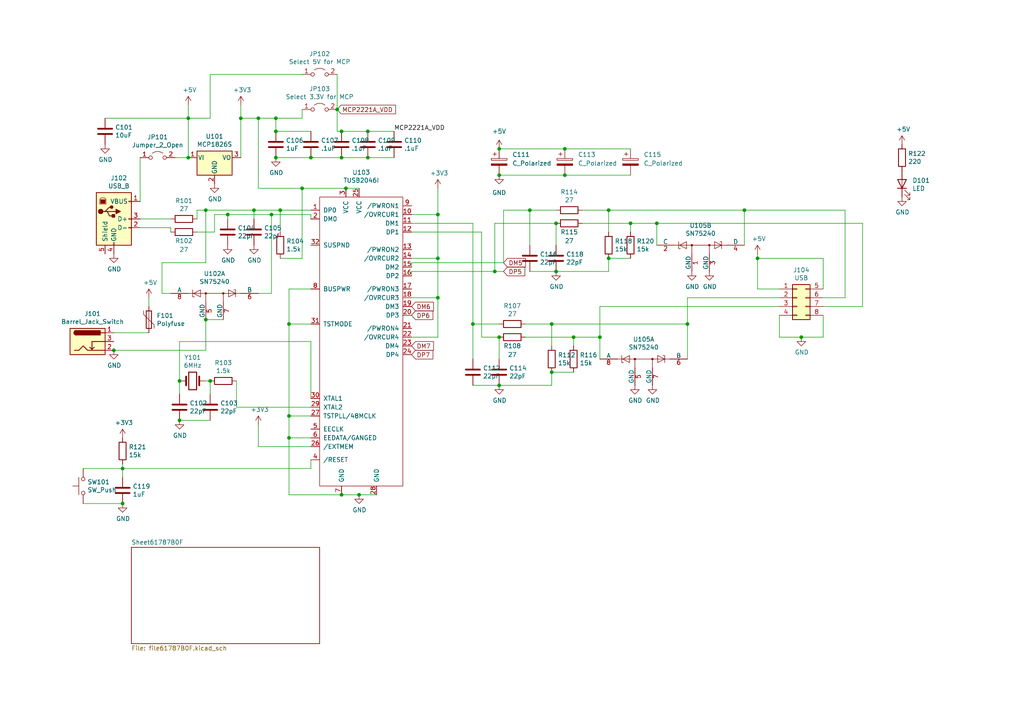
<source format=kicad_sch>
(kicad_sch (version 20211123) (generator eeschema)
  (paper "A4")
  (lib_symbols
    (symbol "445project_hub_new-rescue:+3.3V-power" (power) (pin_names (offset 0))
      (property "Value" "+3.3V-power" (at 0 3.556 0))
      (symbol "+3.3V-power_0_1"
        (polyline (pts (xy -0.762 1.27) (xy 0 2.54)))
        (polyline (pts (xy 0 0) (xy 0 2.54)))
        (polyline (pts (xy 0 2.54) (xy 0.762 1.27)))
      )
      (symbol "+3.3V-power_1_1"
        (pin power_in line (at 0 0 90) (length 0) hide (name "+3V3") (number "1"))
      )
    )
    (symbol "445project_hub_new-rescue:TUSB2046I-445project_hub-rescue" (pin_names (offset 1.016))
      (property "Reference" "U" (at 0 55.88 0))
      (property "Value" "TUSB2046I-445project_hub-rescue" (at 0 53.34 0))
      (symbol "TUSB2046I-445project_hub-rescue_0_0"
        (pin unspecified line (at -13.97 38.1 0) (length 2.54) (name "DP0") (number "1"))
        (pin unspecified line (at 15.24 36.83 180) (length 2.54) (name "/OVRCUR1") (number "10"))
        (pin unspecified line (at 15.24 34.29 180) (length 2.54) (name "DM1") (number "11"))
        (pin unspecified line (at 15.24 31.75 180) (length 2.54) (name "DP1") (number "12"))
        (pin unspecified line (at 15.24 26.67 180) (length 2.54) (name "/PWRON2") (number "13"))
        (pin unspecified line (at 15.24 24.13 180) (length 2.54) (name "/OVRCUR2") (number "14"))
        (pin unspecified line (at 15.24 21.59 180) (length 2.54) (name "DM2") (number "15"))
        (pin unspecified line (at 15.24 19.05 180) (length 2.54) (name "DP2") (number "16"))
        (pin unspecified line (at 15.24 15.24 180) (length 2.54) (name "/PWRON3") (number "17"))
        (pin unspecified line (at 15.24 12.7 180) (length 2.54) (name "/OVRCUR3") (number "18"))
        (pin unspecified line (at 15.24 10.16 180) (length 2.54) (name "DM3") (number "19"))
        (pin unspecified line (at -13.97 35.56 0) (length 2.54) (name "DM0") (number "2"))
        (pin unspecified line (at 15.24 7.62 180) (length 2.54) (name "DP3") (number "20"))
        (pin unspecified line (at 15.24 3.81 180) (length 2.54) (name "/PWRON4") (number "21"))
        (pin unspecified line (at 15.24 1.27 180) (length 2.54) (name "/OVRCUR4") (number "22"))
        (pin unspecified line (at 15.24 -1.27 180) (length 2.54) (name "DM4") (number "23"))
        (pin unspecified line (at 15.24 -3.81 180) (length 2.54) (name "DP4") (number "24"))
        (pin unspecified line (at 0 44.45 270) (length 2.54) (name "VCC") (number "25"))
        (pin unspecified line (at -13.97 -30.48 0) (length 2.54) (name "/EXTMEM") (number "26"))
        (pin unspecified line (at -13.97 -21.59 0) (length 2.54) (name "TSTPLL/48MCLK") (number "27"))
        (pin unspecified line (at 5.08 -44.45 90) (length 2.54) (name "GND") (number "28"))
        (pin unspecified line (at -13.97 -19.05 0) (length 2.54) (name "XTAL2") (number "29"))
        (pin unspecified line (at -3.81 44.45 270) (length 2.54) (name "VCC") (number "3"))
        (pin unspecified line (at -13.97 -16.51 0) (length 2.54) (name "XTAL1") (number "30"))
        (pin unspecified line (at -13.97 5.08 0) (length 2.54) (name "TSTMODE") (number "31"))
        (pin unspecified line (at -13.97 27.94 0) (length 2.54) (name "SUSPND") (number "32"))
        (pin unspecified line (at -13.97 -34.29 0) (length 2.54) (name "/RESET") (number "4"))
        (pin unspecified line (at -13.97 -25.4 0) (length 2.54) (name "EECLK") (number "5"))
        (pin unspecified line (at -13.97 -27.94 0) (length 2.54) (name "EEDATA/GANGED") (number "6"))
        (pin unspecified line (at -5.08 -44.45 90) (length 2.54) (name "GND") (number "7"))
        (pin unspecified line (at -13.97 15.24 0) (length 2.54) (name "BUSPWR") (number "8"))
        (pin unspecified line (at 15.24 39.37 180) (length 2.54) (name "/PWRON1") (number "9"))
      )
      (symbol "TUSB2046I-445project_hub-rescue_0_1"
        (rectangle (start -11.43 -41.91) (end 12.7 41.91))
      )
    )
    (symbol "445project_hub_new-rescue:USB_B-Connector-445project_hub-rescue" (pin_names (offset 1.016))
      (property "Reference" "J" (at -5.08 11.43 0))
      (property "Value" "USB_B-Connector-445project_hub-rescue" (at -5.08 8.89 0))
      (symbol "USB_B-Connector-445project_hub-rescue_0_1"
        (rectangle (start -5.08 -7.62) (end 5.08 7.62) (stroke (width 0.254)) (fill (type background)))
        (circle (center -3.81 2.159) (radius 0.635) (stroke (width 0.254)) (fill (type outline)))
        (rectangle (start -3.81 5.588) (end -2.54 4.572) (fill (type outline)))
        (circle (center -0.635 3.429) (radius 0.381) (stroke (width 0.254)) (fill (type outline)))
        (rectangle (start -0.127 -7.62) (end 0.127 -6.858))
        (polyline (pts (xy -1.905 2.159) (xy 0.635 2.159)) (stroke (width 0.254)))
        (polyline (pts (xy -3.175 2.159) (xy -2.54 2.159) (xy -1.27 3.429) (xy -0.635 3.429)) (stroke (width 0.254)))
        (polyline (pts (xy -2.54 2.159) (xy -1.905 2.159) (xy -1.27 0.889) (xy 0 0.889)) (stroke (width 0.254)))
        (polyline (pts (xy 0.635 2.794) (xy 0.635 1.524) (xy 1.905 2.159) (xy 0.635 2.794)) (stroke (width 0.254)) (fill (type outline)))
        (polyline (pts (xy -4.064 4.318) (xy -2.286 4.318) (xy -2.286 5.715) (xy -2.667 6.096) (xy -3.683 6.096) (xy -4.064 5.715) (xy -4.064 4.318)))
        (rectangle (start 0.254 1.27) (end -0.508 0.508) (stroke (width 0.254)) (fill (type outline)))
        (rectangle (start 5.08 -2.667) (end 4.318 -2.413))
        (rectangle (start 5.08 -0.127) (end 4.318 0.127))
        (rectangle (start 5.08 4.953) (end 4.318 5.207))
      )
      (symbol "USB_B-Connector-445project_hub-rescue_1_1"
        (pin power_out line (at 7.62 5.08 180) (length 2.54) (name "VBUS") (number "1"))
        (pin bidirectional line (at 7.62 -2.54 180) (length 2.54) (name "D-") (number "2"))
        (pin bidirectional line (at 7.62 0 180) (length 2.54) (name "D+") (number "3"))
        (pin power_out line (at 0 -10.16 90) (length 2.54) (name "GND") (number "4"))
        (pin passive line (at -2.54 -10.16 90) (length 2.54) (name "Shield") (number "5"))
      )
    )
    (symbol "Connector:Barrel_Jack_Switch" (pin_names hide)
      (property "Reference" "J" (at 0 5.334 0))
      (property "Value" "Barrel_Jack_Switch" (at 0 -5.08 0))
      (symbol "Barrel_Jack_Switch_0_1"
        (rectangle (start -5.08 3.81) (end 5.08 -3.81) (stroke (width 0.254)) (fill (type background)))
        (arc (start -3.302 3.175) (mid -3.937 2.54) (end -3.302 1.905) (stroke (width 0.254)))
        (arc (start -3.302 3.175) (mid -3.937 2.54) (end -3.302 1.905) (stroke (width 0.254)) (fill (type outline)))
        (polyline (pts (xy 1.27 -2.286) (xy 1.905 -1.651)) (stroke (width 0.254)))
        (polyline (pts (xy 5.08 2.54) (xy 3.81 2.54)) (stroke (width 0.254)))
        (polyline (pts (xy 5.08 0) (xy 1.27 0) (xy 1.27 -2.286) (xy 0.635 -1.651)) (stroke (width 0.254)))
        (polyline (pts (xy -3.81 -2.54) (xy -2.54 -2.54) (xy -1.27 -1.27) (xy 0 -2.54) (xy 2.54 -2.54) (xy 5.08 -2.54)) (stroke (width 0.254)))
        (rectangle (start 3.683 3.175) (end -3.302 1.905) (stroke (width 0.254)) (fill (type outline)))
      )
      (symbol "Barrel_Jack_Switch_1_1"
        (pin passive line (at 7.62 2.54 180) (length 2.54) (name "~") (number "1"))
        (pin passive line (at 7.62 -2.54 180) (length 2.54) (name "~") (number "2"))
        (pin passive line (at 7.62 0 180) (length 2.54) (name "~") (number "3"))
      )
    )
    (symbol "Connector_Generic:Conn_02x04_Top_Bottom" (pin_names (offset 1.016) hide)
      (property "Reference" "J" (at 1.27 5.08 0))
      (property "Value" "Conn_02x04_Top_Bottom" (at 1.27 -7.62 0))
      (symbol "Conn_02x04_Top_Bottom_1_1"
        (rectangle (start -1.27 -4.953) (end 0 -5.207) (stroke (width 0.1524)))
        (rectangle (start -1.27 -2.413) (end 0 -2.667) (stroke (width 0.1524)))
        (rectangle (start -1.27 0.127) (end 0 -0.127) (stroke (width 0.1524)))
        (rectangle (start -1.27 2.667) (end 0 2.413) (stroke (width 0.1524)))
        (rectangle (start -1.27 3.81) (end 3.81 -6.35) (stroke (width 0.254)) (fill (type background)))
        (rectangle (start 3.81 -4.953) (end 2.54 -5.207) (stroke (width 0.1524)))
        (rectangle (start 3.81 -2.413) (end 2.54 -2.667) (stroke (width 0.1524)))
        (rectangle (start 3.81 0.127) (end 2.54 -0.127) (stroke (width 0.1524)))
        (rectangle (start 3.81 2.667) (end 2.54 2.413) (stroke (width 0.1524)))
        (pin passive line (at -5.08 2.54 0) (length 3.81) (name "Pin_1") (number "1"))
        (pin passive line (at -5.08 0 0) (length 3.81) (name "Pin_2") (number "2"))
        (pin passive line (at -5.08 -2.54 0) (length 3.81) (name "Pin_3") (number "3"))
        (pin passive line (at -5.08 -5.08 0) (length 3.81) (name "Pin_4") (number "4"))
        (pin passive line (at 7.62 2.54 180) (length 3.81) (name "Pin_5") (number "5"))
        (pin passive line (at 7.62 0 180) (length 3.81) (name "Pin_6") (number "6"))
        (pin passive line (at 7.62 -2.54 180) (length 3.81) (name "Pin_7") (number "7"))
        (pin passive line (at 7.62 -5.08 180) (length 3.81) (name "Pin_8") (number "8"))
      )
    )
    (symbol "Device:C" (pin_numbers hide) (pin_names (offset 0.254))
      (property "Reference" "C" (at 0.635 2.54 0))
      (property "Value" "C" (at 0.635 -2.54 0))
      (symbol "C_0_1"
        (polyline (pts (xy -2.032 -0.762) (xy 2.032 -0.762)) (stroke (width 0.508)))
        (polyline (pts (xy -2.032 0.762) (xy 2.032 0.762)) (stroke (width 0.508)))
      )
      (symbol "C_1_1"
        (pin passive line (at 0 3.81 270) (length 2.794) (name "~") (number "1"))
        (pin passive line (at 0 -3.81 90) (length 2.794) (name "~") (number "2"))
      )
    )
    (symbol "Device:C_Polarized" (pin_numbers hide) (pin_names (offset 0.254))
      (property "Reference" "C" (at 0.635 2.54 0))
      (property "Value" "C_Polarized" (at 0.635 -2.54 0))
      (symbol "C_Polarized_0_1"
        (rectangle (start -2.286 0.508) (end 2.286 1.016))
        (polyline (pts (xy -1.778 2.286) (xy -0.762 2.286)))
        (polyline (pts (xy -1.27 2.794) (xy -1.27 1.778)))
        (rectangle (start 2.286 -0.508) (end -2.286 -1.016) (fill (type outline)))
      )
      (symbol "C_Polarized_1_1"
        (pin passive line (at 0 3.81 270) (length 2.794) (name "~") (number "1"))
        (pin passive line (at 0 -3.81 90) (length 2.794) (name "~") (number "2"))
      )
    )
    (symbol "Device:Crystal" (pin_numbers hide) (pin_names (offset 1.016) hide)
      (property "Reference" "Y" (at 0 3.81 0))
      (property "Value" "Crystal" (at 0 -3.81 0))
      (symbol "Crystal_0_1"
        (rectangle (start -1.143 2.54) (end 1.143 -2.54) (stroke (width 0.3048)))
        (polyline (pts (xy -2.54 0) (xy -1.905 0)))
        (polyline (pts (xy -1.905 -1.27) (xy -1.905 1.27)) (stroke (width 0.508)))
        (polyline (pts (xy 1.905 -1.27) (xy 1.905 1.27)) (stroke (width 0.508)))
        (polyline (pts (xy 2.54 0) (xy 1.905 0)))
      )
      (symbol "Crystal_1_1"
        (pin passive line (at -3.81 0 0) (length 1.27) (name "1") (number "1"))
        (pin passive line (at 3.81 0 180) (length 1.27) (name "2") (number "2"))
      )
    )
    (symbol "Device:LED" (pin_numbers hide) (pin_names (offset 1.016) hide)
      (property "Reference" "D" (at 0 2.54 0))
      (property "Value" "LED" (at 0 -2.54 0))
      (symbol "LED_0_1"
        (polyline (pts (xy -1.27 -1.27) (xy -1.27 1.27)) (stroke (width 0.254)))
        (polyline (pts (xy -1.27 0) (xy 1.27 0)))
        (polyline (pts (xy 1.27 -1.27) (xy 1.27 1.27) (xy -1.27 0) (xy 1.27 -1.27)) (stroke (width 0.254)))
        (polyline (pts (xy -3.048 -0.762) (xy -4.572 -2.286) (xy -3.81 -2.286) (xy -4.572 -2.286) (xy -4.572 -1.524)))
        (polyline (pts (xy -1.778 -0.762) (xy -3.302 -2.286) (xy -2.54 -2.286) (xy -3.302 -2.286) (xy -3.302 -1.524)))
      )
      (symbol "LED_1_1"
        (pin passive line (at -3.81 0 0) (length 2.54) (name "K") (number "1"))
        (pin passive line (at 3.81 0 180) (length 2.54) (name "A") (number "2"))
      )
    )
    (symbol "Device:Polyfuse" (pin_numbers hide) (pin_names (offset 0))
      (property "Reference" "F" (at -2.54 0 90))
      (property "Value" "Polyfuse" (at 2.54 0 90))
      (symbol "Polyfuse_0_1"
        (rectangle (start -0.762 2.54) (end 0.762 -2.54) (stroke (width 0.254)))
        (polyline (pts (xy 0 2.54) (xy 0 -2.54)))
        (polyline (pts (xy -1.524 2.54) (xy -1.524 1.524) (xy 1.524 -1.524) (xy 1.524 -2.54)))
      )
      (symbol "Polyfuse_1_1"
        (pin passive line (at 0 3.81 270) (length 1.27) (name "~") (number "1"))
        (pin passive line (at 0 -3.81 90) (length 1.27) (name "~") (number "2"))
      )
    )
    (symbol "Device:R" (pin_numbers hide) (pin_names (offset 0))
      (property "Reference" "R" (at 2.032 0 90))
      (property "Value" "R" (at 0 0 90))
      (symbol "R_0_1"
        (rectangle (start -1.016 -2.54) (end 1.016 2.54) (stroke (width 0.254)))
      )
      (symbol "R_1_1"
        (pin passive line (at 0 3.81 270) (length 1.27) (name "~") (number "1"))
        (pin passive line (at 0 -3.81 90) (length 1.27) (name "~") (number "2"))
      )
    )
    (symbol "Jumper:Jumper_2_Open" (pin_names (offset 0) hide)
      (property "Reference" "JP" (at 0 2.794 0))
      (property "Value" "Jumper_2_Open" (at 0 -2.286 0))
      (symbol "Jumper_2_Open_0_0"
        (circle (center -2.032 0) (radius 0.508))
        (circle (center 2.032 0) (radius 0.508))
      )
      (symbol "Jumper_2_Open_0_1"
        (arc (start 1.524 1.27) (mid 0 1.778) (end -1.524 1.27))
      )
      (symbol "Jumper_2_Open_1_1"
        (pin passive line (at -5.08 0 0) (length 2.54) (name "A") (number "1"))
        (pin passive line (at 5.08 0 180) (length 2.54) (name "B") (number "2"))
      )
    )
    (symbol "Power_Protection:SN75240" (pin_names (offset 0))
      (property "Reference" "U" (at 0 5.715 0))
      (property "Value" "SN75240" (at 0 3.81 0))
      (symbol "SN75240_0_0"
        (polyline (pts (xy -7.62 0) (xy -6.35 0)))
        (polyline (pts (xy -6.35 0) (xy 6.35 0)))
        (polyline (pts (xy -2.54 -2.54) (xy -2.54 0)))
        (polyline (pts (xy 2.54 -2.54) (xy 2.54 0)))
        (polyline (pts (xy 6.35 0) (xy 7.62 0)))
        (polyline (pts (xy 6.096 -1.016) (xy 6.096 1.016) (xy 5.588 1.016)))
        (polyline (pts (xy -6.096 0) (xy -4.064 1.016) (xy -4.064 -1.016) (xy -6.096 0)))
        (polyline (pts (xy -5.842 -1.016) (xy -6.35 -1.016) (xy -6.35 0.762) (xy -6.35 1.016)))
        (polyline (pts (xy 4.064 1.016) (xy 4.064 -1.016) (xy 6.096 0) (xy 4.064 1.016)))
      )
      (symbol "SN75240_0_1"
        (circle (center -2.54 0) (radius 0.254) (fill (type outline)))
        (circle (center 2.54 0) (radius 0.254) (fill (type outline)))
      )
      (symbol "SN75240_1_1"
        (pin passive line (at -2.54 -7.62 90) (length 5.08) (name "GND") (number "5"))
        (pin passive line (at 12.7 0 180) (length 5.08) (name "B") (number "6"))
        (pin passive line (at 2.54 -7.62 90) (length 5.08) (name "GND") (number "7"))
        (pin passive line (at -12.7 0 0) (length 5.08) (name "A") (number "8"))
      )
      (symbol "SN75240_2_1"
        (pin power_in line (at -2.54 -7.62 90) (length 5.08) (name "GND") (number "1"))
        (pin input line (at -12.7 0 0) (length 5.08) (name "C") (number "2"))
        (pin power_in line (at 2.54 -7.62 90) (length 5.08) (name "GND") (number "3"))
        (pin input line (at 12.7 0 180) (length 5.08) (name "D") (number "4"))
      )
    )
    (symbol "Regulator_Linear:MCP1826S" (pin_names (offset 0.254))
      (property "Reference" "U" (at -3.81 3.175 0))
      (property "Value" "MCP1826S" (at 0 3.175 0))
      (symbol "MCP1826S_0_1"
        (rectangle (start -5.08 1.905) (end 5.08 -5.08) (stroke (width 0.254)) (fill (type background)))
      )
      (symbol "MCP1826S_1_1"
        (pin power_in line (at -7.62 0 0) (length 2.54) (name "VI") (number "1"))
        (pin power_in line (at 0 -7.62 90) (length 2.54) (name "GND") (number "2"))
        (pin power_out line (at 7.62 0 180) (length 2.54) (name "VO") (number "3"))
      )
    )
    (symbol "Switch:SW_Push" (pin_numbers hide) (pin_names (offset 1.016) hide)
      (property "Reference" "SW" (at 1.27 2.54 0))
      (property "Value" "SW_Push" (at 0 -1.524 0))
      (symbol "SW_Push_0_1"
        (circle (center -2.032 0) (radius 0.508))
        (polyline (pts (xy 0 1.27) (xy 0 3.048)))
        (polyline (pts (xy 2.54 1.27) (xy -2.54 1.27)))
        (circle (center 2.032 0) (radius 0.508))
        (pin passive line (at -5.08 0 0) (length 2.54) (name "1") (number "1"))
        (pin passive line (at 5.08 0 180) (length 2.54) (name "2") (number "2"))
      )
    )
    (symbol "power:+5V" (power) (pin_names (offset 0))
      (property "Value" "+5V" (at 0 3.556 0))
      (symbol "+5V_0_1"
        (polyline (pts (xy -0.762 1.27) (xy 0 2.54)))
        (polyline (pts (xy 0 0) (xy 0 2.54)))
        (polyline (pts (xy 0 2.54) (xy 0.762 1.27)))
      )
      (symbol "+5V_1_1"
        (pin power_in line (at 0 0 90) (length 0) hide (name "+5V") (number "1"))
      )
    )
    (symbol "power:GND" (power) (pin_names (offset 0))
      (property "Value" "GND" (at 0 -3.81 0))
      (symbol "GND_0_1"
        (polyline (pts (xy 0 0) (xy 0 -1.27) (xy 1.27 -1.27) (xy 0 -2.54) (xy -1.27 -1.27) (xy 0 -1.27)))
      )
      (symbol "GND_1_1"
        (pin power_in line (at 0 0 270) (length 0) hide (name "GND") (number "1"))
      )
    )
  )
  (junction (at 176.53 74.93))
  (junction (at 78.74 62.23))
  (junction (at 35.56 135.89))
  (junction (at 59.69 92.71))
  (junction (at 153.67 60.96))
  (junction (at 59.69 60.96))
  (junction (at 80.01 34.29))
  (junction (at 161.29 64.77))
  (junction (at 52.07 121.92))
  (junction (at 106.68 38.1))
  (junction (at 52.07 110.49))
  (junction (at 199.39 93.98))
  (junction (at 127 86.36))
  (junction (at 127 62.23))
  (junction (at 100.33 54.61))
  (junction (at 127 74.93))
  (junction (at 80.01 45.72))
  (junction (at 83.82 120.65))
  (junction (at 232.41 97.79))
  (junction (at 143.51 78.74))
  (junction (at 69.85 34.29))
  (junction (at 166.37 97.79))
  (junction (at 54.61 34.29))
  (junction (at 173.99 97.79))
  (junction (at 163.83 43.18))
  (junction (at 104.14 143.51))
  (junction (at 144.78 50.8))
  (junction (at 54.61 45.72))
  (junction (at 144.78 43.18))
  (junction (at 219.71 74.93))
  (junction (at 73.66 60.96))
  (junction (at 190.5 64.77))
  (junction (at 35.56 146.05))
  (junction (at 81.28 60.96))
  (junction (at 99.06 143.51))
  (junction (at 99.06 45.72))
  (junction (at 182.88 64.77))
  (junction (at 74.93 34.29))
  (junction (at 83.82 127))
  (junction (at 160.02 93.98))
  (junction (at 33.02 101.6))
  (junction (at 215.9 60.96))
  (junction (at 144.78 97.79))
  (junction (at 80.01 38.1))
  (junction (at 99.06 38.1))
  (junction (at 161.29 78.74))
  (junction (at 97.79 31.75))
  (junction (at 83.82 93.98))
  (junction (at 163.83 50.8))
  (junction (at 160.02 107.95))
  (junction (at 137.16 93.98))
  (junction (at 87.63 54.61))
  (junction (at 106.68 45.72))
  (junction (at 60.96 110.49))
  (junction (at 90.17 45.72))
  (junction (at 66.04 62.23))
  (junction (at 144.78 111.76))
  (junction (at 176.53 60.96))
  (wire (pts (xy 62.23 62.23) (xy 66.04 62.23)))
  (wire (pts (xy 137.16 93.98) (xy 137.16 64.77)))
  (wire (pts (xy 43.18 88.9) (xy 43.18 86.36)))
  (wire (pts (xy 87.63 54.61) (xy 100.33 54.61)))
  (wire (pts (xy 90.17 62.23) (xy 90.17 63.5)))
  (wire (pts (xy 143.51 78.74) (xy 119.38 78.74)))
  (wire (pts (xy 74.93 34.29) (xy 80.01 34.29)))
  (wire (pts (xy 114.3 45.72) (xy 106.68 45.72)))
  (wire (pts (xy 99.06 143.51) (xy 104.14 143.51)))
  (wire (pts (xy 97.79 31.75) (xy 97.79 38.1)))
  (wire (pts (xy 49.53 85.09) (xy 46.99 85.09)))
  (wire (pts (xy 73.66 60.96) (xy 59.69 60.96)))
  (wire (pts (xy 226.06 83.82) (xy 219.71 83.82)))
  (wire (pts (xy 144.78 50.8) (xy 163.83 50.8)))
  (wire (pts (xy 161.29 64.77) (xy 143.51 64.77)))
  (wire (pts (xy 74.93 54.61) (xy 74.93 34.29)))
  (wire (pts (xy 199.39 86.36) (xy 199.39 93.98)))
  (wire (pts (xy 173.99 97.79) (xy 173.99 104.14)))
  (wire (pts (xy 35.56 135.89) (xy 35.56 138.43)))
  (wire (pts (xy 80.01 34.29) (xy 80.01 38.1)))
  (wire (pts (xy 60.96 121.92) (xy 52.07 121.92)))
  (wire (pts (xy 160.02 107.95) (xy 160.02 111.76)))
  (wire (pts (xy 182.88 64.77) (xy 182.88 67.31)))
  (wire (pts (xy 127 62.23) (xy 127 54.61)))
  (wire (pts (xy 163.83 50.8) (xy 182.88 50.8)))
  (wire (pts (xy 83.82 127) (xy 83.82 143.51)))
  (wire (pts (xy 238.76 97.79) (xy 238.76 91.44)))
  (wire (pts (xy 59.69 92.71) (xy 59.69 101.6)))
  (wire (pts (xy 226.06 97.79) (xy 232.41 97.79)))
  (wire (pts (xy 81.28 74.93) (xy 87.63 74.93)))
  (wire (pts (xy 176.53 74.93) (xy 176.53 78.74)))
  (wire (pts (xy 90.17 129.54) (xy 74.93 129.54)))
  (wire (pts (xy 40.64 66.04) (xy 49.53 66.04)))
  (wire (pts (xy 40.64 45.72) (xy 40.64 58.42)))
  (wire (pts (xy 166.37 97.79) (xy 166.37 100.33)))
  (wire (pts (xy 54.61 34.29) (xy 60.96 34.29)))
  (wire (pts (xy 66.04 63.5) (xy 66.04 62.23)))
  (wire (pts (xy 226.06 86.36) (xy 199.39 86.36)))
  (wire (pts (xy 57.15 60.96) (xy 57.15 63.5)))
  (wire (pts (xy 215.9 60.96) (xy 215.9 71.12)))
  (wire (pts (xy 35.56 135.89) (xy 90.17 135.89)))
  (wire (pts (xy 33.02 96.52) (xy 43.18 96.52)))
  (wire (pts (xy 245.11 60.96) (xy 245.11 86.36)))
  (wire (pts (xy 90.17 118.11) (xy 68.58 118.11)))
  (wire (pts (xy 137.16 93.98) (xy 137.16 104.14)))
  (wire (pts (xy 215.9 60.96) (xy 245.11 60.96)))
  (wire (pts (xy 160.02 93.98) (xy 199.39 93.98)))
  (wire (pts (xy 59.69 110.49) (xy 60.96 110.49)))
  (wire (pts (xy 59.69 76.2) (xy 59.69 60.96)))
  (wire (pts (xy 90.17 83.82) (xy 83.82 83.82)))
  (wire (pts (xy 54.61 34.29) (xy 30.48 34.29)))
  (wire (pts (xy 97.79 38.1) (xy 99.06 38.1)))
  (wire (pts (xy 137.16 64.77) (xy 119.38 64.77)))
  (wire (pts (xy 219.71 74.93) (xy 238.76 74.93)))
  (wire (pts (xy 90.17 127) (xy 83.82 127)))
  (wire (pts (xy 160.02 100.33) (xy 160.02 93.98)))
  (wire (pts (xy 137.16 111.76) (xy 144.78 111.76)))
  (wire (pts (xy 46.99 76.2) (xy 59.69 76.2)))
  (wire (pts (xy 168.91 64.77) (xy 182.88 64.77)))
  (wire (pts (xy 163.83 43.18) (xy 182.88 43.18)))
  (wire (pts (xy 176.53 60.96) (xy 215.9 60.96)))
  (wire (pts (xy 68.58 118.11) (xy 68.58 110.49)))
  (wire (pts (xy 35.56 134.62) (xy 35.56 135.89)))
  (wire (pts (xy 80.01 38.1) (xy 90.17 38.1)))
  (wire (pts (xy 97.79 21.59) (xy 97.79 31.75)))
  (wire (pts (xy 238.76 74.93) (xy 238.76 83.82)))
  (wire (pts (xy 173.99 88.9) (xy 226.06 88.9)))
  (wire (pts (xy 60.96 21.59) (xy 87.63 21.59)))
  (wire (pts (xy 143.51 64.77) (xy 143.51 78.74)))
  (wire (pts (xy 69.85 30.48) (xy 69.85 34.29)))
  (wire (pts (xy 78.74 62.23) (xy 90.17 62.23)))
  (wire (pts (xy 127 74.93) (xy 127 62.23)))
  (wire (pts (xy 146.05 76.2) (xy 146.05 60.96)))
  (wire (pts (xy 161.29 64.77) (xy 161.29 71.12)))
  (wire (pts (xy 60.96 110.49) (xy 60.96 114.3)))
  (wire (pts (xy 54.61 45.72) (xy 54.61 34.29)))
  (wire (pts (xy 146.05 78.74) (xy 143.51 78.74)))
  (wire (pts (xy 90.17 99.06) (xy 90.17 115.57)))
  (wire (pts (xy 73.66 63.5) (xy 73.66 60.96)))
  (wire (pts (xy 144.78 43.18) (xy 163.83 43.18)))
  (wire (pts (xy 127 97.79) (xy 119.38 97.79)))
  (wire (pts (xy 144.78 97.79) (xy 144.78 104.14)))
  (wire (pts (xy 90.17 93.98) (xy 83.82 93.98)))
  (wire (pts (xy 69.85 34.29) (xy 74.93 34.29)))
  (wire (pts (xy 60.96 34.29) (xy 60.96 21.59)))
  (wire (pts (xy 87.63 34.29) (xy 87.63 31.75)))
  (wire (pts (xy 173.99 88.9) (xy 173.99 97.79)))
  (wire (pts (xy 90.17 135.89) (xy 90.17 133.35)))
  (wire (pts (xy 90.17 60.96) (xy 81.28 60.96)))
  (wire (pts (xy 153.67 60.96) (xy 153.67 71.12)))
  (wire (pts (xy 119.38 76.2) (xy 146.05 76.2)))
  (wire (pts (xy 119.38 62.23) (xy 127 62.23)))
  (wire (pts (xy 66.04 62.23) (xy 78.74 62.23)))
  (wire (pts (xy 50.8 45.72) (xy 54.61 45.72)))
  (wire (pts (xy 238.76 88.9) (xy 250.19 88.9)))
  (wire (pts (xy 90.17 120.65) (xy 83.82 120.65)))
  (wire (pts (xy 74.93 123.19) (xy 74.93 129.54)))
  (wire (pts (xy 232.41 97.79) (xy 238.76 97.79)))
  (wire (pts (xy 199.39 93.98) (xy 199.39 104.14)))
  (wire (pts (xy 245.11 86.36) (xy 238.76 86.36)))
  (wire (pts (xy 146.05 60.96) (xy 153.67 60.96)))
  (wire (pts (xy 74.93 54.61) (xy 87.63 54.61)))
  (wire (pts (xy 176.53 74.93) (xy 182.88 74.93)))
  (wire (pts (xy 139.7 97.79) (xy 139.7 67.31)))
  (wire (pts (xy 144.78 97.79) (xy 139.7 97.79)))
  (wire (pts (xy 83.82 143.51) (xy 99.06 143.51)))
  (wire (pts (xy 59.69 101.6) (xy 33.02 101.6)))
  (wire (pts (xy 87.63 74.93) (xy 87.63 54.61)))
  (wire (pts (xy 83.82 93.98) (xy 83.82 120.65)))
  (wire (pts (xy 160.02 107.95) (xy 166.37 107.95)))
  (wire (pts (xy 99.06 38.1) (xy 106.68 38.1)))
  (wire (pts (xy 219.71 83.82) (xy 219.71 74.93)))
  (wire (pts (xy 59.69 60.96) (xy 57.15 60.96)))
  (wire (pts (xy 152.4 97.79) (xy 166.37 97.79)))
  (wire (pts (xy 90.17 45.72) (xy 80.01 45.72)))
  (wire (pts (xy 119.38 78.74) (xy 119.38 80.01)))
  (wire (pts (xy 176.53 67.31) (xy 176.53 60.96)))
  (wire (pts (xy 139.7 67.31) (xy 119.38 67.31)))
  (wire (pts (xy 127 86.36) (xy 127 97.79)))
  (wire (pts (xy 90.17 45.72) (xy 99.06 45.72)))
  (wire (pts (xy 119.38 74.93) (xy 127 74.93)))
  (wire (pts (xy 80.01 34.29) (xy 87.63 34.29)))
  (wire (pts (xy 119.38 76.2) (xy 119.38 77.47)))
  (wire (pts (xy 119.38 86.36) (xy 127 86.36)))
  (wire (pts (xy 109.22 143.51) (xy 104.14 143.51)))
  (wire (pts (xy 153.67 60.96) (xy 161.29 60.96)))
  (wire (pts (xy 24.13 146.05) (xy 35.56 146.05)))
  (wire (pts (xy 46.99 85.09) (xy 46.99 76.2)))
  (wire (pts (xy 69.85 34.29) (xy 69.85 45.72)))
  (wire (pts (xy 64.77 92.71) (xy 59.69 92.71)))
  (wire (pts (xy 52.07 99.06) (xy 90.17 99.06)))
  (wire (pts (xy 52.07 110.49) (xy 52.07 99.06)))
  (wire (pts (xy 176.53 78.74) (xy 161.29 78.74)))
  (wire (pts (xy 137.16 93.98) (xy 144.78 93.98)))
  (wire (pts (xy 52.07 110.49) (xy 52.07 114.3)))
  (wire (pts (xy 49.53 63.5) (xy 40.64 63.5)))
  (wire (pts (xy 83.82 120.65) (xy 83.82 127)))
  (wire (pts (xy 62.23 67.31) (xy 62.23 62.23)))
  (wire (pts (xy 49.53 66.04) (xy 49.53 67.31)))
  (wire (pts (xy 81.28 60.96) (xy 81.28 67.31)))
  (wire (pts (xy 166.37 97.79) (xy 173.99 97.79)))
  (wire (pts (xy 99.06 45.72) (xy 106.68 45.72)))
  (wire (pts (xy 168.91 60.96) (xy 176.53 60.96)))
  (wire (pts (xy 74.93 85.09) (xy 78.74 85.09)))
  (wire (pts (xy 127 86.36) (xy 127 74.93)))
  (wire (pts (xy 152.4 93.98) (xy 160.02 93.98)))
  (wire (pts (xy 160.02 111.76) (xy 144.78 111.76)))
  (wire (pts (xy 57.15 67.31) (xy 62.23 67.31)))
  (wire (pts (xy 250.19 64.77) (xy 190.5 64.77)))
  (wire (pts (xy 153.67 78.74) (xy 161.29 78.74)))
  (wire (pts (xy 250.19 88.9) (xy 250.19 64.77)))
  (wire (pts (xy 54.61 34.29) (xy 54.61 30.48)))
  (wire (pts (xy 78.74 85.09) (xy 78.74 62.23)))
  (wire (pts (xy 83.82 83.82) (xy 83.82 93.98)))
  (wire (pts (xy 114.3 38.1) (xy 106.68 38.1)))
  (wire (pts (xy 190.5 64.77) (xy 190.5 71.12)))
  (wire (pts (xy 81.28 60.96) (xy 73.66 60.96)))
  (wire (pts (xy 182.88 64.77) (xy 190.5 64.77)))
  (wire (pts (xy 226.06 91.44) (xy 226.06 97.79)))
  (wire (pts (xy 104.14 54.61) (xy 100.33 54.61)))
  (wire (pts (xy 219.71 74.93) (xy 219.71 73.66)))
  (wire (pts (xy 35.56 135.89) (xy 24.13 135.89)))
  (label "MCP2221A_VDD" (at 114.3 38.1 0))
  (global_label "DP5" (shape input) (at 146.05 78.74 0) (property "Intersheet References" "${INTERSHEET_REFS}" (effects hide)))
  (global_label "DM7" (shape input) (at 119.38 100.33 0) (property "Intersheet References" "${INTERSHEET_REFS}" (effects hide)))
  (global_label "DM6" (shape input) (at 119.38 88.9 0) (property "Intersheet References" "${INTERSHEET_REFS}" (effects hide)))
  (global_label "DM5" (shape input) (at 146.05 76.2 0) (property "Intersheet References" "${INTERSHEET_REFS}" (effects hide)))
  (global_label "DP7" (shape input) (at 119.38 102.87 0) (property "Intersheet References" "${INTERSHEET_REFS}" (effects hide)))
  (global_label "MCP2221A_VDD" (shape input) (at 97.79 31.75 0) (property "Intersheet References" "${INTERSHEET_REFS}" (effects hide)))
  (global_label "DP6" (shape input) (at 119.38 91.44 0) (property "Intersheet References" "${INTERSHEET_REFS}" (effects hide)))
  (symbol (lib_id "Device:R") (at 81.28 71.12 0) (unit 1)
    (property "Reference" "R104" (at 83.058 69.9516 0) (effects (justify left)))
    (property "Value" "1.5k" (at 83.058 72.263 0) (effects (justify left)))
    (property "Footprint" "Resistor_SMD:R_0603_1608Metric_Pad1.05x0.95mm_HandSolder" (effects hide))
  )
  (symbol (lib_id "Regulator_Linear:MCP1826S") (at 62.23 45.72 0) (unit 1)
    (property "Reference" "U101" (at 62.23 39.5732 0))
    (property "Value" "MCP1826S" (at 62.23 41.8846 0))
    (property "Footprint" "Package_TO_SOT_SMD:SOT-223-3_TabPin2" (effects hide))
    (property "Datasheet" "http://ww1.microchip.com/downloads/en/DeviceDoc/22057B.pdf" (effects hide))
  )
  (symbol (lib_id "Device:C") (at 66.04 67.31 0) (unit 1)
    (property "Reference" "C104" (at 68.961 66.1416 0) (effects (justify left)))
    (property "Value" "22pf" (at 68.961 68.453 0) (effects (justify left)))
    (property "Footprint" "Capacitor_SMD:C_0805_2012Metric_Pad1.15x1.40mm_HandSolder" (effects hide))
  )
  (symbol (lib_id "Device:C") (at 73.66 67.31 0) (unit 1)
    (property "Reference" "C105" (at 76.581 66.1416 0) (effects (justify left)))
    (property "Value" "22pf" (at 76.581 68.453 0) (effects (justify left)))
    (property "Footprint" "Capacitor_SMD:C_0805_2012Metric_Pad1.15x1.40mm_HandSolder" (effects hide))
  )
  (symbol (lib_id "power:GND") (at 66.04 71.12 0) (unit 1)
    (property "Reference" "#PWR0108" (effects hide))
    (property "Value" "GND" (at 66.167 75.5142 0))
  )
  (symbol (lib_id "power:GND") (at 73.66 71.12 0) (unit 1)
    (property "Reference" "#PWR0110" (effects hide))
    (property "Value" "GND" (at 73.787 75.5142 0))
  )
  (symbol (lib_id "445project_hub_new-rescue:USB_B-Connector-445project_hub-rescue") (at 33.02 63.5 0) (unit 1)
    (property "Reference" "J102" (at 34.4678 51.6382 0))
    (property "Value" "USB_B" (at 34.4678 53.9496 0))
    (property "Footprint" "Connector_USB:USB_B_OST_USB-B1HSxx_Horizontal" (effects hide))
    (property "Datasheet" " ~" (effects hide))
  )
  (symbol (lib_id "Device:R") (at 53.34 63.5 90) (unit 1)
    (property "Reference" "R101" (at 53.34 58.2422 90))
    (property "Value" "27" (at 53.34 60.5536 90))
    (property "Footprint" "Resistor_SMD:R_0603_1608Metric_Pad1.05x0.95mm_HandSolder" (effects hide))
  )
  (symbol (lib_id "Device:R") (at 53.34 67.31 270) (unit 1)
    (property "Reference" "R102" (at 53.34 69.85 90))
    (property "Value" "27" (at 53.34 72.39 90))
    (property "Footprint" "Resistor_SMD:R_0603_1608Metric_Pad1.05x0.95mm_HandSolder" (effects hide))
  )
  (symbol (lib_id "power:GND") (at 62.23 53.34 0) (unit 1)
    (property "Reference" "#PWR0107" (effects hide))
    (property "Value" "GND" (at 62.357 57.7342 0))
  )
  (symbol (lib_id "Jumper:Jumper_2_Open") (at 45.72 45.72 0) (unit 1)
    (property "Reference" "JP101" (at 45.72 39.751 0))
    (property "Value" "Jumper_2_Open" (at 45.72 42.0624 0))
    (property "Footprint" "Resistor_SMD:R_0805_2012Metric_Pad1.15x1.40mm_HandSolder" (effects hide))
  )
  (symbol (lib_id "power:+5V") (at 54.61 30.48 0) (unit 1)
    (property "Reference" "#PWR0106" (effects hide))
    (property "Value" "+5V" (at 54.991 26.0858 0))
  )
  (symbol (lib_id "445project_hub_new-rescue:+3.3V-power") (at 69.85 30.48 0) (unit 1)
    (property "Reference" "#PWR0109" (effects hide))
    (property "Value" "+3.3V" (at 70.231 26.0858 0))
  )
  (symbol (lib_id "Device:C") (at 80.01 41.91 0) (unit 1)
    (property "Reference" "C106" (at 82.931 40.7416 0) (effects (justify left)))
    (property "Value" "1uF" (at 82.931 43.053 0) (effects (justify left)))
    (property "Footprint" "Capacitor_SMD:C_0805_2012Metric_Pad1.15x1.40mm_HandSolder" (effects hide))
  )
  (symbol (lib_id "power:GND") (at 80.01 45.72 0) (unit 1)
    (property "Reference" "#PWR0112" (effects hide))
    (property "Value" "GND" (at 80.137 50.1142 0))
  )
  (symbol (lib_id "Device:C") (at 90.17 41.91 0) (unit 1)
    (property "Reference" "C107" (at 93.091 40.7416 0) (effects (justify left)))
    (property "Value" ".1uF" (at 93.091 43.053 0) (effects (justify left)))
    (property "Footprint" "Capacitor_SMD:C_0805_2012Metric_Pad1.15x1.40mm_HandSolder" (effects hide))
  )
  (symbol (lib_id "Device:C") (at 99.06 41.91 0) (unit 1)
    (property "Reference" "C108" (at 101.981 40.7416 0) (effects (justify left)))
    (property "Value" ".1uF" (at 101.981 43.053 0) (effects (justify left)))
    (property "Footprint" "Capacitor_SMD:C_0805_2012Metric_Pad1.15x1.40mm_HandSolder" (effects hide))
  )
  (symbol (lib_id "Device:C") (at 106.68 41.91 0) (unit 1)
    (property "Reference" "C109" (at 109.601 40.7416 0) (effects (justify left)))
    (property "Value" ".1uF" (at 109.601 43.053 0) (effects (justify left)))
    (property "Footprint" "Capacitor_SMD:C_0805_2012Metric_Pad1.15x1.40mm_HandSolder" (effects hide))
  )
  (symbol (lib_id "Device:C") (at 114.3 41.91 0) (unit 1)
    (property "Reference" "C110" (at 117.221 40.7416 0) (effects (justify left)))
    (property "Value" ".1uF" (at 117.221 43.053 0) (effects (justify left)))
    (property "Footprint" "Capacitor_SMD:C_0805_2012Metric_Pad1.15x1.40mm_HandSolder" (effects hide))
  )
  (symbol (lib_id "Device:R") (at 148.59 93.98 270) (unit 1)
    (property "Reference" "R107" (at 148.59 88.7222 90))
    (property "Value" "27" (at 148.59 91.0336 90))
    (property "Footprint" "Resistor_SMD:R_0603_1608Metric_Pad1.05x0.95mm_HandSolder" (effects hide))
  )
  (symbol (lib_id "Device:R") (at 148.59 97.79 270) (unit 1)
    (property "Reference" "R108" (at 148.59 100.33 90))
    (property "Value" "27" (at 148.59 102.87 90))
    (property "Footprint" "Resistor_SMD:R_0603_1608Metric_Pad1.05x0.95mm_HandSolder" (effects hide))
  )
  (symbol (lib_id "Device:C") (at 137.16 107.95 0) (unit 1)
    (property "Reference" "C112" (at 140.081 106.7816 0) (effects (justify left)))
    (property "Value" "22pF" (at 140.081 109.093 0) (effects (justify left)))
    (property "Footprint" "Capacitor_SMD:C_0805_2012Metric_Pad1.15x1.40mm_HandSolder" (effects hide))
  )
  (symbol (lib_id "Device:C") (at 144.78 107.95 0) (unit 1)
    (property "Reference" "C114" (at 147.701 106.7816 0) (effects (justify left)))
    (property "Value" "22pF" (at 147.701 109.093 0) (effects (justify left)))
    (property "Footprint" "Capacitor_SMD:C_0805_2012Metric_Pad1.15x1.40mm_HandSolder" (effects hide))
  )
  (symbol (lib_id "power:GND") (at 144.78 111.76 0) (unit 1)
    (property "Reference" "#PWR0116" (effects hide))
    (property "Value" "GND" (at 144.907 116.1542 0))
  )
  (symbol (lib_id "Device:R") (at 160.02 104.14 0) (unit 1)
    (property "Reference" "R112" (at 161.798 102.9716 0) (effects (justify left)))
    (property "Value" "15k" (at 161.798 105.283 0) (effects (justify left)))
    (property "Footprint" "Resistor_SMD:R_0603_1608Metric_Pad1.05x0.95mm_HandSolder" (effects hide))
  )
  (symbol (lib_id "Device:R") (at 166.37 104.14 0) (unit 1)
    (property "Reference" "R116" (at 168.148 102.9716 0) (effects (justify left)))
    (property "Value" "15k" (at 168.148 105.283 0) (effects (justify left)))
    (property "Footprint" "Resistor_SMD:R_0603_1608Metric_Pad1.05x0.95mm_HandSolder" (effects hide))
  )
  (symbol (lib_id "Power_Protection:SN75240") (at 186.69 104.14 0) (unit 1)
    (property "Reference" "U105" (at 186.69 98.425 0))
    (property "Value" "SN75240" (at 186.69 100.7364 0))
    (property "Footprint" "Package_SO:TSSOP-8_4.4x3mm_P0.65mm" (effects hide))
    (property "Datasheet" "http://www.ti.com/lit/ds/symlink/sn65220.pdf" (effects hide))
  )
  (symbol (lib_id "Device:R") (at 165.1 60.96 270) (unit 1)
    (property "Reference" "R114" (at 165.1 55.7022 90))
    (property "Value" "27" (at 165.1 58.0136 90))
    (property "Footprint" "Resistor_SMD:R_0603_1608Metric_Pad1.05x0.95mm_HandSolder" (effects hide))
  )
  (symbol (lib_id "Device:R") (at 165.1 64.77 270) (unit 1)
    (property "Reference" "R115" (at 165.1 67.31 90))
    (property "Value" "27" (at 165.1 69.85 90))
    (property "Footprint" "Resistor_SMD:R_0603_1608Metric_Pad1.05x0.95mm_HandSolder" (effects hide))
  )
  (symbol (lib_id "Device:C") (at 153.67 74.93 0) (unit 1)
    (property "Reference" "C116" (at 156.591 73.7616 0) (effects (justify left)))
    (property "Value" "22pF" (at 156.591 76.073 0) (effects (justify left)))
    (property "Footprint" "Capacitor_SMD:C_0805_2012Metric_Pad1.15x1.40mm_HandSolder" (effects hide))
  )
  (symbol (lib_id "Device:C") (at 161.29 74.93 0) (unit 1)
    (property "Reference" "C118" (at 164.211 73.7616 0) (effects (justify left)))
    (property "Value" "22pF" (at 164.211 76.073 0) (effects (justify left)))
    (property "Footprint" "Capacitor_SMD:C_0805_2012Metric_Pad1.15x1.40mm_HandSolder" (effects hide))
  )
  (symbol (lib_id "power:GND") (at 161.29 78.74 0) (unit 1)
    (property "Reference" "#PWR0118" (effects hide))
    (property "Value" "GND" (at 161.417 83.1342 0))
  )
  (symbol (lib_id "Device:R") (at 176.53 71.12 0) (unit 1)
    (property "Reference" "R118" (at 178.308 69.9516 0) (effects (justify left)))
    (property "Value" "15k" (at 178.308 72.263 0) (effects (justify left)))
    (property "Footprint" "Resistor_SMD:R_0603_1608Metric_Pad1.05x0.95mm_HandSolder" (effects hide))
  )
  (symbol (lib_id "Device:R") (at 182.88 71.12 0) (unit 1)
    (property "Reference" "R120" (at 184.658 69.9516 0) (effects (justify left)))
    (property "Value" "15k" (at 184.658 72.263 0) (effects (justify left)))
    (property "Footprint" "Resistor_SMD:R_0603_1608Metric_Pad1.05x0.95mm_HandSolder" (effects hide))
  )
  (symbol (lib_id "Power_Protection:SN75240") (at 203.2 71.12 0) (unit 2)
    (property "Reference" "U105" (at 203.2 65.405 0))
    (property "Value" "SN75240" (at 203.2 67.7164 0))
    (property "Footprint" "Package_SO:TSSOP-8_4.4x3mm_P0.65mm" (effects hide))
    (property "Datasheet" "http://www.ti.com/lit/ds/symlink/sn65220.pdf" (effects hide))
  )
  (symbol (lib_id "power:GND") (at 184.15 111.76 0) (unit 1)
    (property "Reference" "#PWR0121" (effects hide))
    (property "Value" "GND" (at 184.277 116.1542 0))
  )
  (symbol (lib_id "power:GND") (at 189.23 111.76 0) (unit 1)
    (property "Reference" "#PWR0122" (effects hide))
    (property "Value" "GND" (at 189.357 116.1542 0))
  )
  (symbol (lib_id "power:GND") (at 205.74 78.74 0) (unit 1)
    (property "Reference" "#PWR0126" (effects hide))
    (property "Value" "GND" (at 205.867 83.1342 0))
  )
  (symbol (lib_id "power:GND") (at 200.66 78.74 0) (unit 1)
    (property "Reference" "#PWR0125" (effects hide))
    (property "Value" "GND" (at 200.787 83.1342 0))
  )
  (symbol (lib_id "Connector_Generic:Conn_02x04_Top_Bottom") (at 231.14 86.36 0) (unit 1)
    (property "Reference" "J104" (at 232.41 78.3082 0))
    (property "Value" "USB" (at 232.41 80.6196 0))
    (property "Footprint" "Connector_USB:USB_A_Wuerth_61400826021_Horizontal_Stacked" (effects hide))
  )
  (symbol (lib_id "power:GND") (at 232.41 97.79 0) (unit 1)
    (property "Reference" "#PWR0130" (effects hide))
    (property "Value" "GND" (at 232.537 102.1842 0))
  )
  (symbol (lib_id "power:+5V") (at 219.71 73.66 0) (unit 1)
    (property "Reference" "#PWR0128" (effects hide))
    (property "Value" "+5V" (at 220.091 69.2658 0))
  )
  (symbol (lib_id "Device:C") (at 30.48 38.1 0) (unit 1)
    (property "Reference" "C101" (at 33.401 36.9316 0) (effects (justify left)))
    (property "Value" "10uF" (at 33.401 39.243 0) (effects (justify left)))
    (property "Footprint" "Capacitor_SMD:C_0805_2012Metric_Pad1.15x1.40mm_HandSolder" (effects hide))
  )
  (symbol (lib_id "power:GND") (at 30.48 41.91 0) (unit 1)
    (property "Reference" "#PWR0101" (effects hide))
    (property "Value" "GND" (at 30.607 46.3042 0))
  )
  (symbol (lib_id "Jumper:Jumper_2_Open") (at 92.71 31.75 0) (unit 1)
    (property "Reference" "JP103" (at 92.71 25.781 0))
    (property "Value" "Select 3.3V for MCP" (at 92.71 28.0924 0))
    (property "Footprint" "Resistor_SMD:R_0805_2012Metric_Pad1.15x1.40mm_HandSolder" (effects hide))
  )
  (symbol (lib_id "Jumper:Jumper_2_Open") (at 92.71 21.59 0) (unit 1)
    (property "Reference" "JP102" (at 92.71 15.621 0))
    (property "Value" "Select 5V for MCP" (at 92.71 17.9324 0))
    (property "Footprint" "Resistor_SMD:R_0805_2012Metric_Pad1.15x1.40mm_HandSolder" (effects hide))
  )
  (symbol (lib_id "445project_hub_new-rescue:+3.3V-power") (at 127 54.61 0) (unit 1)
    (property "Reference" "#PWR0114" (effects hide))
    (property "Value" "+3.3V" (at 127.381 50.2158 0))
  )
  (symbol (lib_id "power:GND") (at 104.14 143.51 0) (unit 1)
    (property "Reference" "#PWR0113" (effects hide))
    (property "Value" "GND" (at 104.267 147.9042 0))
  )
  (symbol (lib_id "Connector:Barrel_Jack_Switch") (at 25.4 99.06 0) (unit 1)
    (property "Reference" "J101" (at 26.8478 91.0082 0))
    (property "Value" "Barrel_Jack_Switch" (at 26.8478 93.3196 0))
    (property "Footprint" "Connector_BarrelJack:BarrelJack_Horizontal" (effects hide))
  )
  (symbol (lib_id "power:+5V") (at 43.18 86.36 0) (unit 1)
    (property "Reference" "#PWR0104" (effects hide))
    (property "Value" "+5V" (at 43.561 81.9658 0))
  )
  (symbol (lib_id "power:GND") (at 33.02 101.6 0) (unit 1)
    (property "Reference" "#PWR0103" (effects hide))
    (property "Value" "GND" (at 33.147 105.9942 0))
  )
  (symbol (lib_id "power:GND") (at 33.02 73.66 0) (unit 1)
    (property "Reference" "#PWR0102" (effects hide))
    (property "Value" "GND" (at 33.147 78.0542 0))
  )
  (symbol (lib_id "Power_Protection:SN75240") (at 62.23 85.09 0) (unit 1)
    (property "Reference" "U102" (at 62.23 79.375 0))
    (property "Value" "SN75240" (at 62.23 81.6864 0))
    (property "Footprint" "Package_SO:TSSOP-8_4.4x3mm_P0.65mm" (effects hide))
    (property "Datasheet" "http://www.ti.com/lit/ds/symlink/sn65220.pdf" (effects hide))
  )
  (symbol (lib_id "445project_hub_new-rescue:+3.3V-power") (at 74.93 123.19 0) (unit 1)
    (property "Reference" "#PWR0111" (effects hide))
    (property "Value" "+3.3V" (at 75.311 118.7958 0))
  )
  (symbol (lib_id "Device:C") (at 52.07 118.11 0) (unit 1)
    (property "Reference" "C102" (at 54.991 116.9416 0) (effects (justify left)))
    (property "Value" "22pF" (at 54.991 119.253 0) (effects (justify left)))
    (property "Footprint" "Capacitor_SMD:C_0805_2012Metric_Pad1.15x1.40mm_HandSolder" (effects hide))
  )
  (symbol (lib_id "Device:C") (at 60.96 118.11 0) (unit 1)
    (property "Reference" "C103" (at 63.881 116.9416 0) (effects (justify left)))
    (property "Value" "22pF" (at 63.881 119.253 0) (effects (justify left)))
    (property "Footprint" "Capacitor_SMD:C_0805_2012Metric_Pad1.15x1.40mm_HandSolder" (effects hide))
  )
  (symbol (lib_id "Device:Crystal") (at 55.88 110.49 0) (unit 1)
    (property "Reference" "Y101" (at 55.88 103.6828 0))
    (property "Value" "6MHz" (at 55.88 105.9942 0))
    (property "Footprint" "Crystal:Crystal_HC49-U_Vertical" (effects hide))
  )
  (symbol (lib_id "power:GND") (at 52.07 121.92 0) (unit 1)
    (property "Reference" "#PWR0105" (effects hide))
    (property "Value" "GND" (at 52.197 126.3142 0))
  )
  (symbol (lib_id "Device:R") (at 64.77 110.49 270) (unit 1)
    (property "Reference" "R103" (at 64.77 105.2322 90))
    (property "Value" "1.5k" (at 64.77 107.5436 90))
    (property "Footprint" "Resistor_SMD:R_0603_1608Metric_Pad1.05x0.95mm_HandSolder" (effects hide))
  )
  (symbol (lib_id "445project_hub_new-rescue:TUSB2046I-445project_hub-rescue") (at 104.14 99.06 0) (unit 1)
    (property "Reference" "U103" (at 104.775 50.0126 0))
    (property "Value" "TUSB2046I" (at 104.775 52.324 0))
    (property "Footprint" "Package_QFP:LQFP-32_7x7mm_P0.8mm" (effects hide))
  )
  (symbol (lib_id "Device:Polyfuse") (at 43.18 92.71 0) (unit 1)
    (property "Reference" "F101" (at 45.4152 91.5416 0) (effects (justify left)))
    (property "Value" "Polyfuse" (at 45.4152 93.853 0) (effects (justify left)))
    (property "Footprint" "Fuse:Fuse_Bourns_MF-RHT200" (effects hide))
  )
  (symbol (lib_id "Device:R") (at 35.56 130.81 0) (unit 1)
    (property "Reference" "R121" (at 37.338 129.6416 0) (effects (justify left)))
    (property "Value" "15k" (at 37.338 131.953 0) (effects (justify left)))
    (property "Footprint" "Resistor_SMD:R_0603_1608Metric_Pad1.05x0.95mm_HandSolder" (effects hide))
  )
  (symbol (lib_id "Device:C") (at 35.56 142.24 0) (unit 1)
    (property "Reference" "C119" (at 38.481 141.0716 0) (effects (justify left)))
    (property "Value" "1uF" (at 38.481 143.383 0) (effects (justify left)))
    (property "Footprint" "Capacitor_SMD:C_0805_2012Metric" (effects hide))
  )
  (symbol (lib_id "445project_hub_new-rescue:+3.3V-power") (at 35.56 127 0) (unit 1)
    (property "Reference" "#PWR0131" (effects hide))
    (property "Value" "+3.3V" (at 35.941 122.6058 0))
  )
  (symbol (lib_id "power:GND") (at 35.56 146.05 0) (unit 1)
    (property "Reference" "#PWR0132" (effects hide))
    (property "Value" "GND" (at 35.687 150.4442 0))
  )
  (symbol (lib_id "Switch:SW_Push") (at 24.13 140.97 90) (unit 1)
    (property "Reference" "SW101" (at 25.3492 139.8016 90) (effects (justify right)))
    (property "Value" "SW_Push" (at 25.3492 142.113 90) (effects (justify right)))
    (property "Footprint" "Button_Switch_THT:SW_PUSH_6mm_H7.3mm" (effects hide))
  )
  (symbol (lib_id "power:+5V") (at 261.62 41.91 0) (unit 1)
    (property "Reference" "#PWR0133" (effects hide))
    (property "Value" "+5V" (at 262.001 37.5158 0))
  )
  (symbol (lib_id "Device:R") (at 261.62 45.72 0) (unit 1)
    (property "Reference" "R122" (at 263.398 44.5516 0) (effects (justify left)))
    (property "Value" "220" (at 263.398 46.863 0) (effects (justify left)))
    (property "Footprint" "Resistor_SMD:R_0603_1608Metric_Pad1.05x0.95mm_HandSolder" (effects hide))
  )
  (symbol (lib_id "Device:LED") (at 261.62 53.34 90) (unit 1)
    (property "Reference" "D101" (at 264.6172 52.3494 90) (effects (justify right)))
    (property "Value" "LED" (at 264.6172 54.6608 90) (effects (justify right)))
    (property "Footprint" "LED_THT:LED_D5.0mm" (effects hide))
  )
  (symbol (lib_id "power:GND") (at 261.62 57.15 0) (unit 1)
    (property "Reference" "#PWR0134" (effects hide))
    (property "Value" "GND" (at 261.747 61.5442 0))
  )
  (symbol (lib_id "power:GND") (at 144.78 50.8 0) (unit 1)
    (property "Reference" "#PWR0117" (effects hide))
    (property "Value" "GND" (at 144.78 55.88 0))
  )
  (symbol (lib_id "Device:C_Polarized") (at 163.83 46.99 0) (unit 1)
    (property "Reference" "C113" (at 167.64 44.8309 0) (effects (justify left)))
    (property "Value" "C_Polarized" (at 167.64 47.3709 0) (effects (justify left)))
    (property "Footprint" "Capacitor_THT:CP_Radial_D8.0mm_P3.50mm" (effects hide))
  )
  (symbol (lib_id "Device:C_Polarized") (at 144.78 46.99 0) (unit 1)
    (property "Reference" "C111" (at 148.59 44.8309 0) (effects (justify left)))
    (property "Value" "C_Polarized" (at 148.59 47.3709 0) (effects (justify left)))
    (property "Footprint" "Capacitor_THT:CP_Radial_D8.0mm_P3.50mm" (effects hide))
  )
  (symbol (lib_id "Device:C_Polarized") (at 182.88 46.99 0) (unit 1)
    (property "Reference" "C115" (at 186.69 44.8309 0) (effects (justify left)))
    (property "Value" "C_Polarized" (at 186.69 47.3709 0) (effects (justify left)))
    (property "Footprint" "Capacitor_THT:CP_Radial_D8.0mm_P3.50mm" (effects hide))
  )
  (symbol (lib_id "power:+5V") (at 144.78 43.18 0) (unit 1)
    (property "Reference" "#PWR0115" (effects hide))
    (property "Value" "+5V" (at 144.78 38.1 0))
  )
  (sheet (at 38.1 158.75) (size 54.61 27.94)
    (property "Sheet name" "Sheet61787B0F" (at 38.1 158.0384 0) (effects (justify left bottom)))
    (property "Sheet file" "file61787B0F.kicad_sch" (at 38.1 187.2746 0) (effects (justify left top)))
  )
)
</source>
